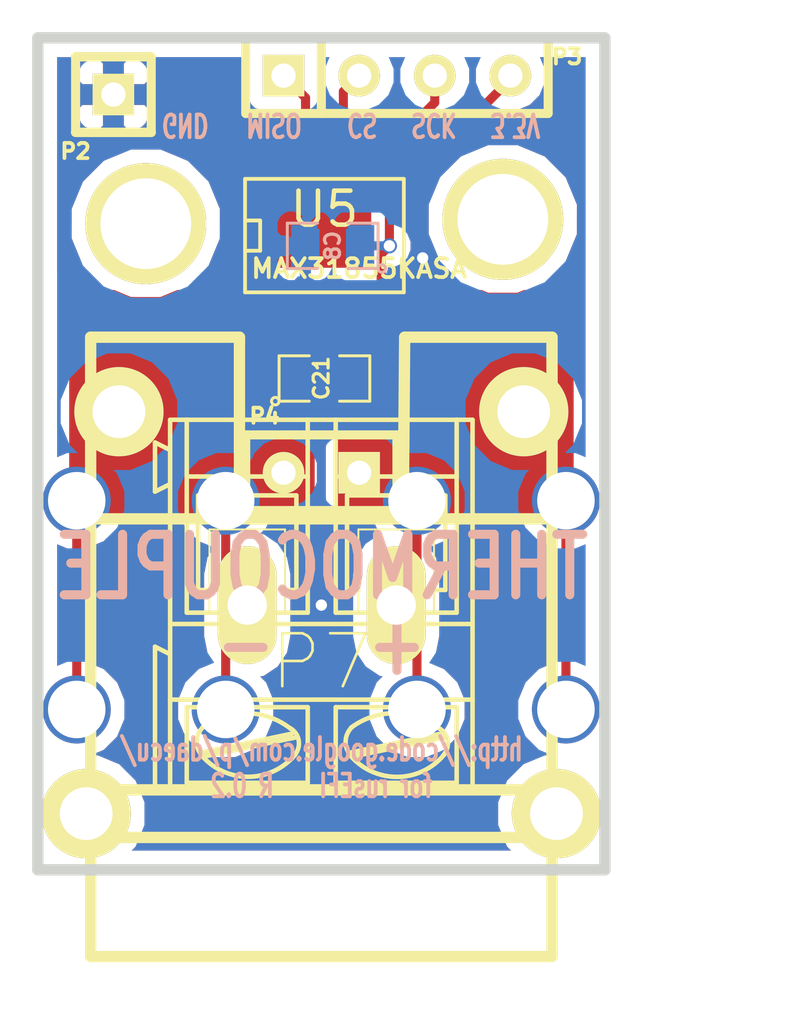
<source format=kicad_pcb>
(kicad_pcb (version 20221018) (generator pcbnew)
  (title_block (title "Thermocouple breakout") (rev "R0.2") (company "rusEFI by DAECU"))
  (layers (0 "F.Cu" signal "Front") (31 "B.Cu" signal "Back") (34 "B.Paste" user) (35 "F.Paste" user) (36 "B.SilkS" user) (37 "F.SilkS" user) (38 "B.Mask" user) (39 "F.Mask" user) (44 "Edge.Cuts" user))
  (net 0 "")
  (net 1 "//CS")
  (net 2 "/MISO")
  (net 3 "/SCK")
  (net 4 "/TCPL+")
  (net 5 "/TCPL-")
  (net 6 "3.3v")
  (net 7 "GND")
  (footprint "SO8E" (layer "F.Cu") (at 104.87914 65.6971)
    (fp_text reference "U5" (at 0 -0.889) (layer "F.SilkS") (effects (font (size 1.143 1.143) (thickness 0.1524))))
    (fp_text value "MAX31855KASA" (at 1.16586 1.1049) (layer "F.SilkS") (effects (font (size 0.635 0.635) (thickness 0.127))))
    (fp_line (start -2.667 -1.905) (end -2.667 1.778) (stroke (width 0.127)) (layer "F.SilkS"))
    (fp_line (start -2.667 -0.508) (end -2.159 -0.508) (stroke (width 0.127)) (layer "F.SilkS"))
    (fp_line (start -2.667 1.778) (end -2.667 1.905) (stroke (width 0.127)) (layer "F.SilkS"))
    (fp_line (start -2.667 1.905) (end 2.667 1.905) (stroke (width 0.127)) (layer "F.SilkS"))
    (fp_line (start -2.159 -0.508) (end -2.159 0.508) (stroke (width 0.127)) (layer "F.SilkS"))
    (fp_line (start -2.159 0.508) (end -2.667 0.508) (stroke (width 0.127)) (layer "F.SilkS"))
    (fp_line (start 2.667 -1.905) (end -2.667 -1.905) (stroke (width 0.127)) (layer "F.SilkS"))
    (fp_line (start 2.667 -1.905) (end 2.667 1.905) (stroke (width 0.127)) (layer "F.SilkS"))
    (pad "1" smd rect (at -1.905 2.667) (size 0.508 1.143) (layers "F.Cu" "F.Paste" "F.Mask") (net 7 "GND"))
    (pad "2" smd rect (at -0.635 2.667) (size 0.508 1.143) (layers "F.Cu" "F.Paste" "F.Mask") (net 5 "/TCPL-"))
    (pad "3" smd rect (at 0.635 2.667) (size 0.508 1.143) (layers "F.Cu" "F.Paste" "F.Mask") (net 4 "/TCPL+"))
    (pad "4" smd rect (at 1.905 2.667) (size 0.508 1.143) (layers "F.Cu" "F.Paste" "F.Mask") (net 6 "3.3v"))
    (pad "5" smd rect (at 1.905 -2.667) (size 0.508 1.143) (layers "F.Cu" "F.Paste" "F.Mask") (net 3 "/SCK"))
    (pad "6" smd rect (at 0.635 -2.667) (size 0.508 1.143) (layers "F.Cu" "F.Paste" "F.Mask") (net 1 "//CS"))
    (pad "7" smd rect (at -0.635 -2.667) (size 0.508 1.143) (layers "F.Cu" "F.Paste" "F.Mask") (net 2 "/MISO"))
    (pad "8" smd rect (at -1.905 -2.667) (size 0.508 1.143) (layers "F.Cu" "F.Paste" "F.Mask"))
  )
  (footprint "SM0805-SM0603" (layer "F.Cu") (at 104.87914 70.49516)
    (fp_text reference "C21" (at -0.10414 -0.01016 90) (layer "F.SilkS") (effects (font (size 0.50038 0.50038) (thickness 0.10922))))
    (fp_text value "10nF" hide)
    (fp_line (start -1.524 -0.762) (end -0.508 -0.762) (stroke (width 0.09906)) (layer "F.SilkS"))
    (fp_line (start -1.524 0.762) (end -1.524 -0.762) (stroke (width 0.09906)) (layer "F.SilkS"))
    (fp_line (start -0.508 0.762) (end -1.524 0.762) (stroke (width 0.09906)) (layer "F.SilkS"))
    (fp_line (start 0.508 -0.762) (end 1.524 -0.762) (stroke (width 0.09906)) (layer "F.SilkS"))
    (fp_line (start 1.524 -0.762) (end 1.524 0.762) (stroke (width 0.09906)) (layer "F.SilkS"))
    (fp_line (start 1.524 0.762) (end 0.508 0.762) (stroke (width 0.09906)) (layer "F.SilkS"))
    (fp_circle (center -1.651 0.762) (end -1.651 0.635) (stroke (width 0.09906)) (fill none) (layer "F.SilkS"))
    (pad "1" smd rect (at -0.9525 0) (size 0.889 1.397) (layers "F.Cu" "F.Paste" "F.Mask") (net 5 "/TCPL-"))
    (pad "1" smd rect (at -0.762 0) (size 0.635 1.143) (layers "F.Cu" "F.Paste" "F.Mask") (net 5 "/TCPL-"))
    (pad "2" smd rect (at 0.762 0) (size 0.635 1.143) (layers "F.Cu" "F.Paste" "F.Mask") (net 4 "/TCPL+"))
    (pad "2" smd rect (at 0.9525 0) (size 0.889 1.397) (layers "F.Cu" "F.Paste" "F.Mask") (net 4 "/TCPL+"))
  )
  (footprint "SIL-1" (layer "F.Cu") (at 97.79 60.96 180)
    (fp_text reference "P2" (at 1.27 -1.905 180) (layer "F.SilkS") (effects (font (size 0.508 0.508) (thickness 0.127))))
    (fp_text value "CONN_1" hide)
    (fp_line (start -1.27 -1.27) (end 1.27 -1.27) (stroke (width 0.3175)) (layer "F.SilkS"))
    (fp_line (start -1.27 1.27) (end -1.27 -1.27) (stroke (width 0.3048)) (layer "F.SilkS"))
    (fp_line (start -1.27 1.27) (end 1.27 1.27) (stroke (width 0.3175)) (layer "F.SilkS"))
    (fp_line (start 1.27 -1.27) (end 1.27 1.27) (stroke (width 0.3048)) (layer "F.SilkS"))
    (pad "1" thru_hole rect (at 0 0 180) (size 1.397 1.397) (drill 0.8128) (layers "*.Cu" "*.Mask" "F.SilkS") (net 7 "GND"))
  )
  (footprint "1pin" (layer "F.Cu") (at 110.871 65.151)
    (fp_text reference "V801" hide)
    (fp_text value "VIA" hide)
    (pad "1" thru_hole circle (at 0 0) (size 4.064 4.064) (drill 3.048) (layers "*.Cu" "*.Mask" "F.SilkS"))
  )
  (footprint "1pin" (layer "F.Cu") (at 98.87712 65.29578)
    (fp_text reference "V802" hide)
    (fp_text value "VIA" hide)
    (pad "1" thru_hole circle (at 0 0) (size 4.064 4.064) (drill 3.048) (layers "*.Cu" "*.Mask" "F.SilkS"))
  )
  (footprint "SIL-4" (layer "F.Cu") (at 107.315 60.325)
    (fp_text reference "P3" (at 5.715 -0.635) (layer "F.SilkS") (effects (font (size 0.508 0.508) (thickness 0.127))))
    (fp_text value "CONN_4" hide)
    (fp_line (start -5.08 -1.27) (end -5.08 -1.27) (stroke (width 0.3048)) (layer "F.SilkS"))
    (fp_line (start -5.08 -1.27) (end -5.08 -1.27) (stroke (width 0.3048)) (layer "F.SilkS"))
    (fp_line (start -5.08 -1.27) (end 5.08 -1.27) (stroke (width 0.3048)) (layer "F.SilkS"))
    (fp_line (start -5.08 1.27) (end -5.08 -1.27) (stroke (width 0.3048)) (layer "F.SilkS"))
    (fp_line (start -2.54 1.27) (end -2.54 -1.27) (stroke (width 0.3048)) (layer "F.SilkS"))
    (fp_line (start 5.08 -1.27) (end 5.08 1.27) (stroke (width 0.3048)) (layer "F.SilkS"))
    (fp_line (start 5.08 1.27) (end -5.08 1.27) (stroke (width 0.3048)) (layer "F.SilkS"))
    (pad "1" thru_hole rect (at -3.81 0) (size 1.397 1.397) (drill 0.8128) (layers "*.Cu" "*.Mask" "F.SilkS") (net 2 "/MISO"))
    (pad "2" thru_hole circle (at -1.27 0) (size 1.397 1.397) (drill 0.8128) (layers "*.Cu" "*.Mask" "F.SilkS") (net 1 "//CS"))
    (pad "3" thru_hole circle (at 1.27 0) (size 1.397 1.397) (drill 0.8128) (layers "*.Cu" "*.Mask" "F.SilkS") (net 3 "/SCK"))
    (pad "4" thru_hole circle (at 3.81 0) (size 1.397 1.397) (drill 0.8128) (layers "*.Cu" "*.Mask" "F.SilkS") (net 6 "3.3v"))
  )
  (footprint "tcpl_PCC-SMP" (layer "F.Cu") (at 104.775 78.359 -90)
    (fp_text reference "P1" hide)
    (fp_text value "CONN_2" hide)
    (fp_text user "+" (at 1.016 -2.54 270) (layer "F.SilkS") (effects (font (size 1.524 1.524) (thickness 0.3048))))
    (fp_text user "-" (at 1.016 2.54) (layer "F.SilkS") (effects (font (size 1.524 1.524) (thickness 0.3048))))
    (fp_line (start -9.25068 -7.74954) (end -3.1496 -7.74954) (stroke (width 0.381)) (layer "F.SilkS"))
    (fp_line (start -9.25068 -2.79908) (end -9.25068 -7.74954) (stroke (width 0.381)) (layer "F.SilkS"))
    (fp_line (start -9.25068 2.75082) (end -3.1496 2.75082) (stroke (width 0.381)) (layer "F.SilkS"))
    (fp_line (start -9.25068 7.74954) (end -9.25068 2.75082) (stroke (width 0.381)) (layer "F.SilkS"))
    (fp_line (start -3.1496 -7.74954) (end 11.54938 -7.74954) (stroke (width 0.381)) (layer "F.SilkS"))
    (fp_line (start -3.1496 -2.75082) (end -9.25068 -2.79908) (stroke (width 0.381)) (layer "F.SilkS"))
    (fp_line (start -3.1496 7.74954) (end -3.1496 -7.74954) (stroke (width 0.381)) (layer "F.SilkS"))
    (fp_line (start -3.0988 7.74954) (end -9.25068 7.74954) (stroke (width 0.381)) (layer "F.SilkS"))
    (fp_line (start 5.95122 7.74954) (end 5.95122 -7.74954) (stroke (width 0.381)) (layer "F.SilkS"))
    (fp_line (start 7.54888 -7.74954) (end 7.54888 7.74954) (stroke (width 0.381)) (layer "F.SilkS"))
    (fp_line (start 11.54938 -7.74954) (end 11.54938 7.74954) (stroke (width 0.381)) (layer "F.SilkS"))
    (fp_line (start 11.54938 7.74954) (end -3.1496 7.74954) (stroke (width 0.381)) (layer "F.SilkS"))
    (pad "1" thru_hole circle (at -6.74878 6.79958 270) (size 2.99974 2.99974) (drill 1.77038) (layers "*.Cu" "*.Mask" "F.SilkS") (net 5 "/TCPL-"))
    (pad "2" thru_hole circle (at -6.74878 -6.79958 270) (size 2.99974 2.99974) (drill 1.77038) (layers "*.Cu" "*.Mask" "F.SilkS") (net 4 "/TCPL+"))
    (pad "M" thru_hole circle (at 6.74878 -7.8994 270) (size 2.99974 2.99974) (drill 1.77038) (layers "*.Cu" "*.Mask" "F.SilkS"))
    (pad "M" thru_hole circle (at 6.74878 7.8994 270) (size 2.99974 2.99974) (drill 1.77038) (layers "*.Cu" "*.Mask" "F.SilkS"))
  )
  (footprint "SIL-2" (layer "F.Cu") (at 104.775 73.66 180)
    (fp_text reference "P4" (at 1.905 1.905 180) (layer "F.SilkS") (effects (font (size 0.508 0.508) (thickness 0.127))))
    (fp_text value "CONN_2" hide)
    (fp_line (start -2.54 -1.27) (end 2.54 -1.27) (stroke (width 0.3048)) (layer "F.SilkS"))
    (fp_line (start -2.54 1.27) (end -2.54 -1.27) (stroke (width 0.3048)) (layer "F.SilkS"))
    (fp_line (start 2.54 -1.27) (end 2.54 1.27) (stroke (width 0.3048)) (layer "F.SilkS"))
    (fp_line (start 2.54 1.27) (end -2.54 1.27) (stroke (width 0.3048)) (layer "F.SilkS"))
    (pad "1" thru_hole rect (at -1.27 0 180) (size 1.397 1.397) (drill 0.8128) (layers "*.Cu" "*.Mask" "F.SilkS") (net 4 "/TCPL+"))
    (pad "2" thru_hole circle (at 1.27 0 180) (size 1.397 1.397) (drill 0.8128) (layers "*.Cu" "*.Mask" "F.SilkS") (net 5 "/TCPL-"))
  )
  (footprint "SCREW_TERM_534-7693" (layer "F.Cu") (at 99.06 78.105 180)
    (fp_text reference "P5" hide)
    (fp_text value "CONN_1" hide)
    (pad "1" thru_hole circle (at -2.5019 -3.5052 180) (size 2.286 2.286) (drill 1.9304) (layers "*.Cu" "*.Mask") (net 5 "/TCPL-"))
    (pad "1" thru_hole circle (at -2.5019 3.5052 180) (size 2.286 2.286) (drill 1.9304) (layers "*.Cu" "*.Mask") (net 5 "/TCPL-"))
    (pad "1" thru_hole circle (at 2.5019 -3.5052 180) (size 2.286 2.286) (drill 1.9304) (layers "*.Cu" "*.Mask") (net 5 "/TCPL-"))
    (pad "1" thru_hole circle (at 2.5019 3.5052 180) (size 2.286 2.286) (drill 1.9304) (layers "*.Cu" "*.Mask") (net 5 "/TCPL-"))
  )
  (footprint "SCREW_TERM_534-7693" (layer "F.Cu") (at 110.49 78.105 180)
    (fp_text reference "P6" hide)
    (fp_text value "CONN_1" hide)
    (pad "1" thru_hole circle (at -2.5019 -3.5052 180) (size 2.286 2.286) (drill 1.9304) (layers "*.Cu" "*.Mask") (net 4 "/TCPL+"))
    (pad "1" thru_hole circle (at -2.5019 3.5052 180) (size 2.286 2.286) (drill 1.9304) (layers "*.Cu" "*.Mask") (net 4 "/TCPL+"))
    (pad "1" thru_hole circle (at 2.5019 -3.5052 180) (size 2.286 2.286) (drill 1.9304) (layers "*.Cu" "*.Mask") (net 4 "/TCPL+"))
    (pad "1" thru_hole circle (at 2.5019 3.5052 180) (size 2.286 2.286) (drill 1.9304) (layers "*.Cu" "*.Mask") (net 4 "/TCPL+"))
  )
  (footprint "AK300-2" (layer "F.Cu") (at 104.775 78.105 180)
    (fp_text reference "P7" (at 0 -1.905 180) (layer "F.SilkS") (effects (font (size 1.778 1.778) (thickness 0.0889))))
    (fp_text value "CONN_2" hide)
    (fp_line (start -5.08 -3.175) (end -5.08 -6.223) (stroke (width 0.1524)) (layer "F.SilkS"))
    (fp_line (start -5.08 -3.175) (end 5.08 -3.175) (stroke (width 0.1524)) (layer "F.SilkS"))
    (fp_line (start -5.08 -0.635) (end -5.08 -3.175) (stroke (width 0.1524)) (layer "F.SilkS"))
    (fp_line (start -5.08 -0.635) (end -4.1656 -0.635) (stroke (width 0.1524)) (layer "F.SilkS"))
    (fp_line (start -5.08 6.223) (end -5.08 -0.635) (stroke (width 0.1524)) (layer "F.SilkS"))
    (fp_line (start -5.08 6.223) (end -4.5466 6.223) (stroke (width 0.1524)) (layer "F.SilkS"))
    (fp_line (start -4.5466 -3.429) (end -4.5466 -5.969) (stroke (width 0.1524)) (layer "F.SilkS"))
    (fp_line (start -4.5466 -0.254) (end -4.5466 4.318) (stroke (width 0.1524)) (layer "F.SilkS"))
    (fp_line (start -4.5466 -0.254) (end -4.1656 -0.254) (stroke (width 0.1524)) (layer "F.SilkS"))
    (fp_line (start -4.5466 4.318) (end -4.5466 6.223) (stroke (width 0.1524)) (layer "F.SilkS"))
    (fp_line (start -4.5466 6.223) (end -0.4826 6.223) (stroke (width 0.1524)) (layer "F.SilkS"))
    (fp_line (start -4.1656 -0.635) (end -0.8636 -0.635) (stroke (width 0.1524)) (layer "F.SilkS"))
    (fp_line (start -4.1656 0.508) (end -3.7846 0.508) (stroke (width 0.1524)) (layer "F.SilkS"))
    (fp_line (start -4.1656 3.683) (end -4.1656 0.508) (stroke (width 0.1524)) (layer "F.SilkS"))
    (fp_line (start -4.1402 -4.445) (end -1.08966 -5.08) (stroke (width 0.1524)) (layer "F.SilkS"))
    (fp_line (start -4.0132 -4.318) (end -0.9652 -4.953) (stroke (width 0.1524)) (layer "F.SilkS"))
    (fp_line (start -3.7846 -0.254) (end -1.2446 -0.254) (stroke (width 0.06604)) (layer "F.SilkS"))
    (fp_line (start -3.7846 2.54) (end -3.7846 -0.254) (stroke (width 0.06604)) (layer "F.SilkS"))
    (fp_line (start -3.7846 2.54) (end -1.2446 2.54) (stroke (width 0.06604)) (layer "F.SilkS"))
    (fp_line (start -1.2446 2.54) (end -1.2446 -0.254) (stroke (width 0.06604)) (layer "F.SilkS"))
    (fp_line (start -0.8636 -0.635) (end 0.8382 -0.635) (stroke (width 0.1524)) (layer "F.SilkS"))
    (fp_line (start -0.8636 -0.254) (end -4.1656 -0.254) (stroke (width 0.1524)) (layer "F.SilkS"))
    (fp_line (start -0.8636 0.508) (end -1.2446 0.508) (stroke (width 0.1524)) (layer "F.SilkS"))
    (fp_line (start -0.8636 3.683) (end -4.1656 3.683) (stroke (width 0.1524)) (layer "F.SilkS"))
    (fp_line (start -0.8636 3.683) (end -0.8636 0.508) (stroke (width 0.1524)) (layer "F.SilkS"))
    (fp_line (start -0.4826 -5.969) (end -4.5466 -5.969) (stroke (width 0.1524)) (layer "F.SilkS"))
    (fp_line (start -0.4826 -3.429) (end -4.5466 -3.429) (stroke (width 0.1524)) (layer "F.SilkS"))
    (fp_line (start -0.4826 -3.429) (end -0.4826 -5.969) (stroke (width 0.1524)) (layer "F.SilkS"))
    (fp_line (start -0.4826 -0.254) (end -0.8636 -0.254) (stroke (width 0.1524)) (layer "F.SilkS"))
    (fp_line (start -0.4826 4.318) (end -4.5466 4.318) (stroke (width 0.1524)) (layer "F.SilkS"))
    (fp_line (start -0.4826 4.318) (end -0.4826 -0.254) (stroke (width 0.1524)) (layer "F.SilkS"))
    (fp_line (start -0.4826 6.223) (end -0.4826 4.318) (stroke (width 0.1524)) (layer "F.SilkS"))
    (fp_line (start -0.4826 6.223) (end 0.4572 6.223) (stroke (width 0.1524)) (layer "F.SilkS"))
    (fp_line (start 0.4572 -5.969) (end 4.5212 -5.969) (stroke (width 0.1524)) (layer "F.SilkS"))
    (fp_line (start 0.4572 -3.429) (end 0.4572 -5.969) (stroke (width 0.1524)) (layer "F.SilkS"))
    (fp_line (start 0.4572 -0.254) (end 0.8382 -0.254) (stroke (width 0.1524)) (layer "F.SilkS"))
    (fp_line (start 0.4572 4.318) (end 0.4572 -0.254) (stroke (width 0.1524)) (layer "F.SilkS"))
    (fp_line (start 0.4572 4.318) (end 4.5212 4.318) (stroke (width 0.1524)) (layer "F.SilkS"))
    (fp_line (start 0.4572 6.223) (end 0.4572 4.318) (stroke (width 0.1524)) (layer "F.SilkS"))
    (fp_line (start 0.4572 6.223) (end 4.5212 6.223) (stroke (width 0.1524)) (layer "F.SilkS"))
    (fp_line (start 0.8382 -0.254) (end 4.1402 -0.254) (stroke (width 0.1524)) (layer "F.SilkS"))
    (fp_line (start 0.8382 0.508) (end 1.2192 0.508) (stroke (width 0.1524)) (layer "F.SilkS"))
    (fp_line (start 0.8382 3.683) (end 0.8382 0.508) (stroke (width 0.1524)) (layer "F.SilkS"))
    (fp_line (start 0.8636 -4.445) (end 3.9116 -5.08) (stroke (width 0.1524)) (layer "F.SilkS"))
    (fp_line (start 0.9906 -4.318) (end 4.0386 -4.953) (stroke (width 0.1524)) (layer "F.SilkS"))
    (fp_line (start 1.2192 -0.254) (end 3.7592 -0.254) (stroke (width 0.06604)) (layer "F.SilkS"))
    (fp_line (start 1.2192 2.54) (end 1.2192 -0.254) (stroke (width 0.06604)) (layer "F.SilkS"))
    (fp_line (start 1.2192 2.54) (end 3.7592 2.54) (stroke (width 0.06604)) (layer "F.SilkS"))
    (fp_line (start 3.7592 2.54) (end 3.7592 -0.254) (stroke (width 0.06604)) (layer "F.SilkS"))
    (fp_line (start 4.1402 -0.635) (end 0.8382 -0.635) (stroke (width 0.1524)) (layer "F.SilkS"))
    (fp_line (start 4.1402 0.508) (end 3.7592 0.508) (stroke (width 0.1524)) (layer "F.SilkS"))
    (fp_line (start 4.1402 3.683) (end 0.8382 3.683) (stroke (width 0.1524)) (layer "F.SilkS"))
    (fp_line (start 4.1402 3.683) (end 4.1402 0.508) (stroke (width 0.1524)) (layer "F.SilkS"))
    (fp_line (start 4.5212 -5.969) (end 4.5212 -3.429) (stroke (width 0.1524)) (layer "F.SilkS"))
    (fp_line (start 4.5212 -3.429) (end 0.4572 -3.429) (stroke (width 0.1524)) (layer "F.SilkS"))
    (fp_line (start 4.5212 -0.254) (end 4.1402 -0.254) (stroke (width 0.1524)) (layer "F.SilkS"))
    (fp_line (start 4.5212 -0.254) (end 4.5212 4.318) (stroke (width 0.1524)) (layer "F.SilkS"))
    (fp_line (start 4.5212 4.318) (end 4.5212 6.223) (stroke (width 0.1524)) (layer "F.SilkS"))
    (fp_line (start 4.5212 6.223) (end 5.08 6.223) (stroke (width 0.1524)) (layer "F.SilkS"))
    (fp_line (start 5.08 -6.223) (end -5.08 -6.223) (stroke (width 0.1524)) (layer "F.SilkS"))
    (fp_line (start 5.08 -6.223) (end 5.08 -3.175) (stroke (width 0.1524)) (layer "F.SilkS"))
    (fp_line (start 5.08 -6.223) (end 5.588 -6.223) (stroke (width 0.1524)) (layer "F.SilkS"))
    (fp_line (start 5.08 -3.175) (end 5.08 -1.651) (stroke (width 0.1524)) (layer "F.SilkS"))
    (fp_line (start 5.08 -1.651) (end 5.08 -0.635) (stroke (width 0.1524)) (layer "F.SilkS"))
    (fp_line (start 5.08 -0.635) (end 4.1402 -0.635) (stroke (width 0.1524)) (layer "F.SilkS"))
    (fp_line (start 5.08 -0.635) (end 5.08 4.064) (stroke (width 0.1524)) (layer "F.SilkS"))
    (fp_line (start 5.08 4.064) (end 5.08 5.207) (stroke (width 0.1524)) (layer "F.SilkS"))
    (fp_line (start 5.08 5.207) (end 5.08 6.223) (stroke (width 0.1524)) (layer "F.SilkS"))
    (fp_line (start 5.588 -6.223) (end 5.588 -1.397) (stroke (width 0.1524)) (layer "F.SilkS"))
    (fp_line (start 5.588 -1.397) (end 5.08 -1.651) (stroke (width 0.1524)) (layer "F.SilkS"))
    (fp_line (start 5.588 3.81) (end 5.08 4.064) (stroke (width 0.1524)) (layer "F.SilkS"))
    (fp_line (start 5.588 3.81) (end 5.588 5.461) (stroke (width 0.1524)) (layer "F.SilkS"))
    (fp_line (start 5.588 5.461) (end 5.08 5.207) (stroke (width 0.1524)) (layer "F.SilkS"))
    (fp_arc (start -4.1402 -5.0038) (mid -2.575347 -5.768837) (end -0.983427 -5.061847) (stroke (width 0.1524)) (layer "F.SilkS"))
    (fp_arc (start -3.94462 -4.1275) (mid -4.242784 -4.553845) (end -4.08952 -5.051019) (stroke (width 0.1524)) (layer "F.SilkS"))
    (fp_arc (start -0.99822 -4.11734) (mid -2.500269 -3.630479) (end -3.985988 -4.165104) (stroke (width 0.1524)) (layer "F.SilkS"))
    (fp_arc (start -0.9906 -5.05206) (mid -0.816264 -4.555962) (end -1.04585 -4.08289) (stroke (width 0.1524)) (layer "F.SilkS"))
    (fp_arc (start 0.8636 -5.0038) (mid 2.426638 -5.764946) (end 4.014411 -5.056844) (stroke (width 0.1524)) (layer "F.SilkS"))
    (fp_arc (start 1.05664 -4.1275) (mid 0.759456 -4.555849) (end 0.914903 -5.053481) (stroke (width 0.1524)) (layer "F.SilkS"))
    (fp_arc (start 4.00304 -4.11734) (mid 2.500991 -3.630479) (end 1.015272 -4.165104) (stroke (width 0.1524)) (layer "F.SilkS"))
    (fp_arc (start 4.01066 -5.05206) (mid 4.185748 -4.557765) (end 3.957972 -4.085429) (stroke (width 0.1524)) (layer "F.SilkS"))
    (pad "1" thru_hole oval (at -2.5146 0 180) (size 1.9812 3.9624) (drill 1.3208) (layers "*.Cu" "F.Paste" "F.SilkS" "F.Mask") (net 4 "/TCPL+"))
    (pad "2" thru_hole oval (at 2.4892 0 180) (size 1.9812 3.9624) (drill 1.3208) (layers "*.Cu" "F.Paste" "F.SilkS" "F.Mask") (net 5 "/TCPL-"))
  )
  (footprint "SM0805-SM0603" (layer "B.Cu") (at 105.156 66.04 180)
    (fp_text reference "C8" (at 0 0 90) (layer "B.SilkS") (effects (font (size 0.50038 0.50038) (thickness 0.10922)) (justify mirror)))
    (fp_text value "100nF" hide)
    (fp_line (start -1.524 -0.762) (end -1.524 0.762) (stroke (width 0.09906)) (layer "B.SilkS"))
    (fp_line (start -1.524 0.762) (end -0.508 0.762) (stroke (width 0.09906)) (layer "B.SilkS"))
    (fp_line (start -0.508 -0.762) (end -1.524 -0.762) (stroke (width 0.09906)) (layer "B.SilkS"))
    (fp_line (start 0.508 0.762) (end 1.524 0.762) (stroke (width 0.09906)) (layer "B.SilkS"))
    (fp_line (start 1.524 -0.762) (end 0.508 -0.762) (stroke (width 0.09906)) (layer "B.SilkS"))
    (fp_line (start 1.524 0.762) (end 1.524 -0.762) (stroke (width 0.09906)) (layer "B.SilkS"))
    (fp_circle (center -1.651 -0.762) (end -1.651 -0.635) (stroke (width 0.09906)) (fill none) (layer "B.SilkS"))
    (pad "1" smd rect (at -0.9525 0 180) (size 0.889 1.397) (layers "B.Cu" "B.Paste" "B.Mask") (net 6 "3.3v"))
    (pad "1" smd rect (at -0.762 0 180) (size 0.635 1.143) (layers "B.Cu" "B.Paste" "B.Mask") (net 6 "3.3v"))
    (pad "2" smd rect (at 0.762 0 180) (size 0.635 1.143) (layers "B.Cu" "B.Paste" "B.Mask") (net 7 "GND"))
    (pad "2" smd rect (at 0.9525 0 180) (size 0.889 1.397) (layers "B.Cu" "B.Paste" "B.Mask") (net 7 "GND"))
  )
  (gr_line (start 114.3 59.055) (end 114.3 86.995) (stroke (width 0.381)) (layer "Edge.Cuts"))
  (gr_line (start 95.25 86.995) (end 95.25 59.055) (stroke (width 0.381)) (layer "Edge.Cuts"))
  (gr_line (start 95.25 59.055) (end 114.3 59.055) (stroke (width 0.381)) (layer "Edge.Cuts"))
  (gr_line (start 113.665 86.995) (end 95.25 86.995) (stroke (width 0.381)) (layer "Edge.Cuts"))
  (gr_line (start 114.3 86.995) (end 113.665 86.995) (stroke (width 0.381)) (layer "Edge.Cuts"))
  (gr_text "THERMOCOUPLE" (at 104.775 76.835) (layer "B.SilkS") (effects (font (size 2.032 1.524) (thickness 0.3048)) (justify mirror)))
  (gr_text "GND" (at 100.203 61.976 180) (layer "B.SilkS") (effects (font (size 0.762 0.508) (thickness 0.127)) (justify mirror)))
  (gr_text "MISO    CS   SCK   3.3V" (at 107.188 61.976 180) (layer "B.SilkS") (effects (font (size 0.762 0.508) (thickness 0.127)) (justify mirror)))
  (gr_text "+" (at 107.315 79.375) (layer "B.SilkS") (effects (font (size 2.032 1.524) (thickness 0.3048))))
  (gr_text "http://code.google.com/p/daecu/\nfor rusEFI    R 0.2" (at 104.775 83.566) (layer "B.SilkS") (effects (font (size 0.762 0.508) (thickness 0.127)) (justify mirror)))
  (gr_text "-" (at 102.235 79.375) (layer "B.SilkS") (effects (font (size 2.032 1.524) (thickness 0.3048))))
  (gr_text "-" (at 102.34422 84.19592) (layer "F.SilkS") (effects (font (size 2.032 1.524) (thickness 0.3048))))
  (segment (start 105.51414 60.85586) (end 106.045 60.325) (width 0.3048) (layer "F.Cu") (net 1))
  (segment (start 105.51414 63.0301) (end 105.51414 60.85586) (width 0.3048) (layer "F.Cu") (net 1))
  (segment (start 104.24414 61.06414) (end 103.505 60.325) (width 0.3048) (layer "F.Cu") (net 2))
  (segment (start 104.24414 63.0301) (end 104.24414 61.06414) (width 0.3048) (layer "F.Cu") (net 2))
  (segment (start 104.24414 62.63386) (end 104.24414 63.0301) (width 0.2032) (layer "F.Cu") (net 2))
  (segment (start 108.585 61.22924) (end 106.78414 63.0301) (width 0.3048) (layer "F.Cu") (net 3))
  (segment (start 108.585 60.325) (end 108.585 61.22924) (width 0.3048) (layer "F.Cu") (net 3))
  (segment (start 105.51414 73.12914) (end 106.045 73.66) (width 0.2032) (layer "F.Cu") (net 4))
  (segment (start 107.0483 73.66) (end 107.9881 74.5998) (width 0.3048) (layer "F.Cu") (net 4))
  (segment (start 107.9881 77.4065) (end 107.2896 78.105) (width 0.3048) (layer "F.Cu") (net 4))
  (segment (start 112.9919 81.6102) (end 112.9919 74.5998) (width 0.3048) (layer "F.Cu") (net 4))
  (segment (start 105.64114 70.49516) (end 110.45952 70.49516) (width 0.508) (layer "F.Cu") (net 4))
  (segment (start 105.51414 68.3641) (end 105.51414 70.36816) (width 0.508) (layer "F.Cu") (net 4))
  (segment (start 110.45952 70.49516) (end 111.57458 71.61022) (width 0.508) (layer "F.Cu") (net 4))
  (segment (start 107.9881 81.6102) (end 107.9881 74.5998) (width 0.3048) (layer "F.Cu") (net 4))
  (segment (start 105.51414 70.36816) (end 105.64114 70.49516) (width 0.508) (layer "F.Cu") (net 4))
  (segment (start 112.9919 74.5998) (end 107.9881 74.5998) (width 0.3048) (layer "F.Cu") (net 4))
  (segment (start 107.9881 74.5998) (end 107.9881 77.4065) (width 0.3048) (layer "F.Cu") (net 4))
  (segment (start 105.51414 68.3641) (end 105.51414 73.12914) (width 0.2032) (layer "F.Cu") (net 4))
  (segment (start 106.045 73.66) (end 107.0483 73.66) (width 0.3048) (layer "F.Cu") (net 4))
  (segment (start 104.24414 72.92086) (end 103.505 73.66) (width 0.2032) (layer "F.Cu") (net 5))
  (segment (start 102.5017 73.66) (end 101.5619 74.5998) (width 0.3048) (layer "F.Cu") (net 5))
  (segment (start 101.5619 77.3811) (end 102.2858 78.105) (width 0.3048) (layer "F.Cu") (net 5))
  (segment (start 101.5619 74.5998) (end 101.5619 77.3811) (width 0.3048) (layer "F.Cu") (net 5))
  (segment (start 96.5581 74.5998) (end 101.5619 74.5998) (width 0.3048) (layer "F.Cu") (net 5))
  (segment (start 99.09048 70.49516) (end 97.97542 71.61022) (width 0.508) (layer "F.Cu") (net 5))
  (segment (start 103.505 73.66) (end 102.5017 73.66) (width 0.3048) (layer "F.Cu") (net 5))
  (segment (start 104.11714 70.49516) (end 99.09048 70.49516) (width 0.508) (layer "F.Cu") (net 5))
  (segment (start 101.5619 81.6102) (end 101.5619 74.5998) (width 0.3048) (layer "F.Cu") (net 5))
  (segment (start 104.24414 68.3641) (end 104.24414 70.36816) (width 0.508) (layer "F.Cu") (net 5))
  (segment (start 104.24414 70.36816) (end 104.11714 70.49516) (width 0.508) (layer "F.Cu") (net 5))
  (segment (start 96.5581 81.6102) (end 96.5581 74.5998) (width 0.3048) (layer "F.Cu") (net 5))
  (segment (start 104.24414 68.3641) (end 104.24414 72.92086) (width 0.2032) (layer "F.Cu") (net 5))
  (segment (start 106.78414 66.31686) (end 107.061 66.04) (width 0.3048) (layer "F.Cu") (net 6))
  (segment (start 107.061 64.516) (end 111.125 60.452) (width 0.3048) (layer "F.Cu") (net 6))
  (segment (start 111.125 60.452) (end 111.125 60.325) (width 0.3048) (layer "F.Cu") (net 6))
  (segment (start 107.061 66.04) (end 107.061 64.516) (width 0.3048) (layer "F.Cu") (net 6))
  (segment (start 106.78414 68.3641) (end 106.78414 66.31686) (width 0.3048) (layer "F.Cu") (net 6))
  (via (at 107.061 66.04) (size 0.508) (drill 0.381) (layers "F.Cu" "B.Cu") (net 6))
  (segment (start 106.1085 66.04) (end 107.061 66.04) (width 0.3048) (layer "B.Cu") (net 6))
  (segment (start 102.97414 65.12814) (end 98.806 60.96) (width 0.3048) (layer "F.Cu") (net 7))
  (segment (start 98.806 60.96) (end 97.79 60.96) (width 0.3048) (layer "F.Cu") (net 7))
  (segment (start 108.1024 66.3702) (end 108.1786 66.4464) (width 0.3048) (layer "F.Cu") (net 7))
  (segment (start 102.97414 68.3641) (end 102.97414 65.12814) (width 0.3048) (layer "F.Cu") (net 7))
  (via (at 108.1786 66.4464) (size 0.508) (drill 0.381) (layers "F.Cu" "B.Cu") (net 7))
  (via (at 104.775 78.105) (size 0.508) (drill 0.381) (layers "F.Cu" "B.Cu") (net 7))
  (segment (start 107.3658 64.9224) (end 108.1786 65.7352) (width 0.3048) (layer "B.Cu") (net 7))
  (segment (start 108.1786 65.7352) (end 108.1786 66.4464) (width 0.3048) (layer "B.Cu") (net 7))
  (segment (start 107.3404 64.9224) (end 107.188 64.77) (width 0.3048) (layer "B.Cu") (net 7))
  (segment (start 107.188 64.77) (end 104.648 64.77) (width 0.3048) (layer "B.Cu") (net 7))
  (segment (start 104.648 64.77) (end 104.2035 65.2145) (width 0.3048) (layer "B.Cu") (net 7))
  (segment (start 104.2035 65.2145) (end 104.2035 66.04) (width 0.3048) (layer "B.Cu") (net 7))
  (segment (start 104.2035 68.5165) (end 104.775 69.088) (width 0.3048) (layer "B.Cu") (net 7))
  (segment (start 104.775 69.088) (end 104.775 78.105) (width 0.3048) (layer "B.Cu") (net 7))
  (segment (start 107.3658 64.9224) (end 107.3404 64.9224) (width 0.3048) (layer "B.Cu") (net 7))
  (segment (start 104.2035 66.04) (end 104.2035 68.5165) (width 0.3048) (layer "B.Cu") (net 7))
  (zone (net 5) (net_name "/TCPL-") (layer "F.Cu") (connect_pads yes (clearance 0.2032)) (min_thickness 0.254) (fill (thermal_gap 0.508) (thermal_bridge_width 0.508) (smoothing fillet) (radius 0.508))
    (polygon (pts (xy 104.67848 75.29576) (xy 104.67848 67.39636) (xy 96.1771 67.39636) (xy 96.1771 75.29576)))
  )
  (zone (net 4) (net_name "/TCPL+") (layer "F.Cu") (connect_pads yes (clearance 0.2032)) (min_thickness 0.254) (fill (thermal_gap 0.508) (thermal_bridge_width 0.508) (smoothing fillet) (radius 0.508))
    (polygon (pts (xy 113.37798 75.29576) (xy 113.37798 67.39636) (xy 105.07726 67.39636) (xy 105.07726 75.29576)))
  )
  (zone (net 7) (net_name "GND") (layer "F.Cu") (connect_pads (clearance 0.3048)) (min_thickness 0.3048) (fill (thermal_gap 0.3) (thermal_bridge_width 1.38176) (smoothing fillet) (radius 0.508))
    (polygon (pts (xy 93.98 57.785) (xy 115.57 57.785) (xy 115.57 88.265) (xy 93.98 88.265)))
    (polygon (pts (xy 95.758 75.692) (xy 95.758 66.929) (xy 113.792 66.929) (xy 113.792 75.692)))
  )
  (zone (net 7) (net_name "GND") (layer "B.Cu") (connect_pads (clearance 0.3048)) (min_thickness 0.3048) (fill (thermal_gap 0.3) (thermal_bridge_width 1.38176) (smoothing fillet) (radius 0.508))
    (polygon (pts (xy 114.935 58.42) (xy 94.615 58.42) (xy 94.615 87.63) (xy 114.935 87.63)))
  )
)
</source>
